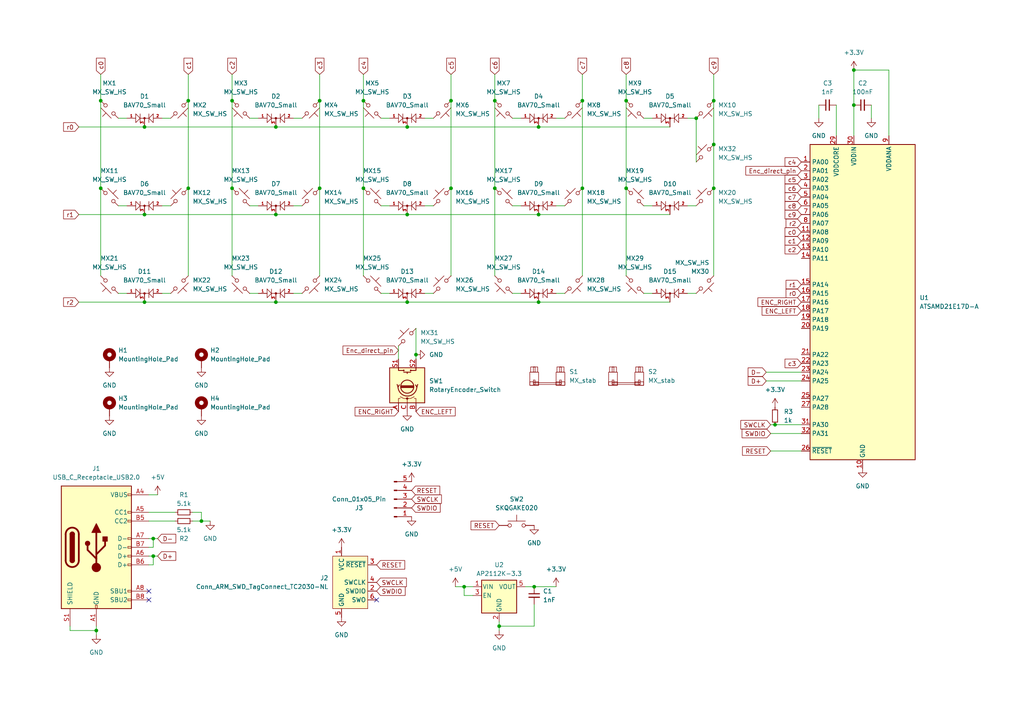
<source format=kicad_sch>
(kicad_sch (version 20230121) (generator eeschema)
  (paper "A4")
  (lib_symbols
    (symbol "Connector:Conn_01x05_Pin" (pin_names (offset 1.016) hide)
      (property "Reference" "J" (at 0 7.62 0))
      (property "Value" "Conn_01x05_Pin" (at 0 -7.62 0))
      (symbol "Conn_01x05_Pin_1_1"
        (polyline (pts (xy 1.27 -5.08) (xy 0.8636 -5.08)) (stroke (width 0.1524)))
        (polyline (pts (xy 1.27 -2.54) (xy 0.8636 -2.54)) (stroke (width 0.1524)))
        (polyline (pts (xy 1.27 0) (xy 0.8636 0)) (stroke (width 0.1524)))
        (polyline (pts (xy 1.27 2.54) (xy 0.8636 2.54)) (stroke (width 0.1524)))
        (polyline (pts (xy 1.27 5.08) (xy 0.8636 5.08)) (stroke (width 0.1524)))
        (rectangle (start 0.8636 -4.953) (end 0 -5.207) (stroke (width 0.1524)) (fill (type outline)))
        (rectangle (start 0.8636 -2.413) (end 0 -2.667) (stroke (width 0.1524)) (fill (type outline)))
        (rectangle (start 0.8636 0.127) (end 0 -0.127) (stroke (width 0.1524)) (fill (type outline)))
        (rectangle (start 0.8636 2.667) (end 0 2.413) (stroke (width 0.1524)) (fill (type outline)))
        (rectangle (start 0.8636 5.207) (end 0 4.953) (stroke (width 0.1524)) (fill (type outline)))
        (pin passive line (at 5.08 5.08 180) (length 3.81) (name "Pin_1") (number "1"))
        (pin passive line (at 5.08 2.54 180) (length 3.81) (name "Pin_2") (number "2"))
        (pin passive line (at 5.08 0 180) (length 3.81) (name "Pin_3") (number "3"))
        (pin passive line (at 5.08 -2.54 180) (length 3.81) (name "Pin_4") (number "4"))
        (pin passive line (at 5.08 -5.08 180) (length 3.81) (name "Pin_5") (number "5"))
      )
    )
    (symbol "Connector:Conn_ARM_SWD_TagConnect_TC2030-NL" (in_bom no)
      (property "Reference" "J" (at 2.54 11.43 0))
      (property "Value" "Conn_ARM_SWD_TagConnect_TC2030-NL" (at 2.54 8.89 0))
      (symbol "Conn_ARM_SWD_TagConnect_TC2030-NL_0_0"
        (pin power_in line (at -2.54 10.16 270) (length 2.54) (name "VCC") (number "1"))
        (pin bidirectional line (at 7.62 -2.54 180) (length 2.54) (name "SWDIO") (number "2"))
        (pin open_collector line (at 7.62 5.08 180) (length 2.54) (name "~{RESET}") (number "3"))
        (pin output line (at 7.62 0 180) (length 2.54) (name "SWCLK") (number "4"))
        (pin power_in line (at -2.54 -10.16 90) (length 2.54) (name "GND") (number "5"))
        (pin input line (at 7.62 -5.08 180) (length 2.54) (name "SWO") (number "6"))
      )
      (symbol "Conn_ARM_SWD_TagConnect_TC2030-NL_0_1"
        (rectangle (start -5.08 7.62) (end 5.08 -7.62) (fill (type background)))
      )
    )
    (symbol "Connector:USB_C_Receptacle_USB2.0" (pin_names (offset 1.016))
      (property "Reference" "J" (at -10.16 19.05 0))
      (property "Value" "USB_C_Receptacle_USB2.0" (at 19.05 19.05 0))
      (symbol "USB_C_Receptacle_USB2.0_0_0"
        (rectangle (start -0.254 -17.78) (end 0.254 -16.764))
        (rectangle (start 10.16 -14.986) (end 9.144 -15.494))
        (rectangle (start 10.16 -12.446) (end 9.144 -12.954))
        (rectangle (start 10.16 -4.826) (end 9.144 -5.334))
        (rectangle (start 10.16 -2.286) (end 9.144 -2.794))
        (rectangle (start 10.16 0.254) (end 9.144 -0.254))
        (rectangle (start 10.16 2.794) (end 9.144 2.286))
        (rectangle (start 10.16 7.874) (end 9.144 7.366))
        (rectangle (start 10.16 10.414) (end 9.144 9.906))
        (rectangle (start 10.16 15.494) (end 9.144 14.986))
      )
      (symbol "USB_C_Receptacle_USB2.0_0_1"
        (rectangle (start -10.16 17.78) (end 10.16 -17.78) (stroke (width 0.254)) (fill (type background)))
        (arc (start -8.89 -3.81) (mid -6.985 -5.7067) (end -5.08 -3.81) (stroke (width 0.508)))
        (arc (start -7.62 -3.81) (mid -6.985 -4.4423) (end -6.35 -3.81) (stroke (width 0.254)))
        (arc (start -7.62 -3.81) (mid -6.985 -4.4423) (end -6.35 -3.81) (stroke (width 0.254)) (fill (type outline)))
        (rectangle (start -7.62 -3.81) (end -6.35 3.81) (stroke (width 0.254)) (fill (type outline)))
        (arc (start -6.35 3.81) (mid -6.985 4.4423) (end -7.62 3.81) (stroke (width 0.254)))
        (arc (start -6.35 3.81) (mid -6.985 4.4423) (end -7.62 3.81) (stroke (width 0.254)) (fill (type outline)))
        (arc (start -5.08 3.81) (mid -6.985 5.7067) (end -8.89 3.81) (stroke (width 0.508)))
        (circle (center -2.54 1.143) (radius 0.635) (stroke (width 0.254)) (fill (type outline)))
        (circle (center 0 -5.842) (radius 1.27) (fill (type outline)))
        (polyline (pts (xy -8.89 -3.81) (xy -8.89 3.81)) (stroke (width 0.508)))
        (polyline (pts (xy -5.08 3.81) (xy -5.08 -3.81)) (stroke (width 0.508)))
        (polyline (pts (xy 0 -5.842) (xy 0 4.318)) (stroke (width 0.508)))
        (polyline (pts (xy 0 -3.302) (xy -2.54 -0.762) (xy -2.54 0.508)) (stroke (width 0.508)))
        (polyline (pts (xy 0 -2.032) (xy 2.54 0.508) (xy 2.54 1.778)) (stroke (width 0.508)))
        (polyline (pts (xy -1.27 4.318) (xy 0 6.858) (xy 1.27 4.318) (xy -1.27 4.318)) (stroke (width 0.254)) (fill (type outline)))
        (rectangle (start 1.905 1.778) (end 3.175 3.048) (stroke (width 0.254)) (fill (type outline)))
      )
      (symbol "USB_C_Receptacle_USB2.0_1_1"
        (pin passive line (at 0 -22.86 90) (length 5.08) (name "GND") (number "A1"))
        (pin passive line (at 0 -22.86 90) (length 5.08) hide (name "GND") (number "A12"))
        (pin passive line (at 15.24 15.24 180) (length 5.08) (name "VBUS") (number "A4"))
        (pin bidirectional line (at 15.24 10.16 180) (length 5.08) (name "CC1") (number "A5"))
        (pin bidirectional line (at 15.24 -2.54 180) (length 5.08) (name "D+") (number "A6"))
        (pin bidirectional line (at 15.24 2.54 180) (length 5.08) (name "D-") (number "A7"))
        (pin bidirectional line (at 15.24 -12.7 180) (length 5.08) (name "SBU1") (number "A8"))
        (pin passive line (at 15.24 15.24 180) (length 5.08) hide (name "VBUS") (number "A9"))
        (pin passive line (at 0 -22.86 90) (length 5.08) hide (name "GND") (number "B1"))
        (pin passive line (at 0 -22.86 90) (length 5.08) hide (name "GND") (number "B12"))
        (pin passive line (at 15.24 15.24 180) (length 5.08) hide (name "VBUS") (number "B4"))
        (pin bidirectional line (at 15.24 7.62 180) (length 5.08) (name "CC2") (number "B5"))
        (pin bidirectional line (at 15.24 -5.08 180) (length 5.08) (name "D+") (number "B6"))
        (pin bidirectional line (at 15.24 0 180) (length 5.08) (name "D-") (number "B7"))
        (pin bidirectional line (at 15.24 -15.24 180) (length 5.08) (name "SBU2") (number "B8"))
        (pin passive line (at 15.24 15.24 180) (length 5.08) hide (name "VBUS") (number "B9"))
        (pin passive line (at -7.62 -22.86 90) (length 5.08) (name "SHIELD") (number "S1"))
      )
    )
    (symbol "Device:C_Small" (pin_numbers hide) (pin_names (offset 0.254) hide)
      (property "Reference" "C" (at 0.254 1.778 0))
      (property "Value" "C_Small" (at 0.254 -2.032 0))
      (symbol "C_Small_0_1"
        (polyline (pts (xy -1.524 -0.508) (xy 1.524 -0.508)) (stroke (width 0.3302)))
        (polyline (pts (xy -1.524 0.508) (xy 1.524 0.508)) (stroke (width 0.3048)))
      )
      (symbol "C_Small_1_1"
        (pin passive line (at 0 2.54 270) (length 2.032) (name "~") (number "1"))
        (pin passive line (at 0 -2.54 90) (length 2.032) (name "~") (number "2"))
      )
    )
    (symbol "Device:R_Small" (pin_numbers hide) (pin_names (offset 0.254) hide)
      (property "Reference" "R" (at 0.762 0.508 0))
      (property "Value" "R_Small" (at 0.762 -1.016 0))
      (symbol "R_Small_0_1"
        (rectangle (start -0.762 1.778) (end 0.762 -1.778) (stroke (width 0.2032)))
      )
      (symbol "R_Small_1_1"
        (pin passive line (at 0 2.54 270) (length 0.762) (name "~") (number "1"))
        (pin passive line (at 0 -2.54 90) (length 0.762) (name "~") (number "2"))
      )
    )
    (symbol "Device:RotaryEncoder_Switch" (pin_names (offset 0.254) hide)
      (property "Reference" "SW" (at 0 6.604 0))
      (property "Value" "RotaryEncoder_Switch" (at 0 -6.604 0))
      (symbol "RotaryEncoder_Switch_0_1"
        (rectangle (start -5.08 5.08) (end 5.08 -5.08) (stroke (width 0.254)) (fill (type background)))
        (circle (center -3.81 0) (radius 0.254) (fill (type outline)))
        (circle (center -0.381 0) (radius 1.905) (stroke (width 0.254)))
        (arc (start -0.381 2.667) (mid -3.0988 -0.0635) (end -0.381 -2.794) (stroke (width 0.254)))
        (polyline (pts (xy -0.635 -1.778) (xy -0.635 1.778)) (stroke (width 0.254)))
        (polyline (pts (xy -0.381 -1.778) (xy -0.381 1.778)) (stroke (width 0.254)))
        (polyline (pts (xy -0.127 1.778) (xy -0.127 -1.778)) (stroke (width 0.254)))
        (polyline (pts (xy 3.81 0) (xy 3.429 0)) (stroke (width 0.254)))
        (polyline (pts (xy 3.81 1.016) (xy 3.81 -1.016)) (stroke (width 0.254)))
        (polyline (pts (xy -5.08 -2.54) (xy -3.81 -2.54) (xy -3.81 -2.032)))
        (polyline (pts (xy -5.08 2.54) (xy -3.81 2.54) (xy -3.81 2.032)))
        (polyline (pts (xy 0.254 -3.048) (xy -0.508 -2.794) (xy 0.127 -2.413)) (stroke (width 0.254)))
        (polyline (pts (xy 0.254 2.921) (xy -0.508 2.667) (xy 0.127 2.286)) (stroke (width 0.254)))
        (polyline (pts (xy 5.08 -2.54) (xy 4.318 -2.54) (xy 4.318 -1.016)) (stroke (width 0.254)))
        (polyline (pts (xy 5.08 2.54) (xy 4.318 2.54) (xy 4.318 1.016)) (stroke (width 0.254)))
        (polyline (pts (xy -5.08 0) (xy -3.81 0) (xy -3.81 -1.016) (xy -3.302 -2.032)))
        (polyline (pts (xy -4.318 0) (xy -3.81 0) (xy -3.81 1.016) (xy -3.302 2.032)))
        (circle (center 4.318 -1.016) (radius 0.127) (stroke (width 0.254)))
        (circle (center 4.318 1.016) (radius 0.127) (stroke (width 0.254)))
      )
      (symbol "RotaryEncoder_Switch_1_1"
        (pin passive line (at -7.62 2.54 0) (length 2.54) (name "A") (number "A"))
        (pin passive line (at -7.62 -2.54 0) (length 2.54) (name "B") (number "B"))
        (pin passive line (at -7.62 0 0) (length 2.54) (name "C") (number "C"))
        (pin passive line (at 7.62 2.54 180) (length 2.54) (name "S1") (number "S1"))
        (pin passive line (at 7.62 -2.54 180) (length 2.54) (name "S2") (number "S2"))
      )
    )
    (symbol "MCU_Microchip_SAMD:ATSAMD21E17D-A"
      (property "Reference" "U" (at -13.97 46.99 0))
      (property "Value" "ATSAMD21E17D-A" (at 16.51 46.99 0))
      (symbol "ATSAMD21E17D-A_1_1"
        (rectangle (start -15.24 45.72) (end 15.24 -45.72) (stroke (width 0.254)) (fill (type background)))
        (pin bidirectional line (at -17.78 40.64 0) (length 2.54) (name "PA00") (number "1"))
        (pin power_in line (at 0 -48.26 90) (length 2.54) (name "GND") (number "10"))
        (pin bidirectional line (at -17.78 20.32 0) (length 2.54) (name "PA08") (number "11"))
        (pin bidirectional line (at -17.78 17.78 0) (length 2.54) (name "PA09") (number "12"))
        (pin bidirectional line (at -17.78 15.24 0) (length 2.54) (name "PA10") (number "13"))
        (pin bidirectional line (at -17.78 12.7 0) (length 2.54) (name "PA11") (number "14"))
        (pin bidirectional line (at -17.78 5.08 0) (length 2.54) (name "PA14") (number "15"))
        (pin bidirectional line (at -17.78 2.54 0) (length 2.54) (name "PA15") (number "16"))
        (pin bidirectional line (at -17.78 0 0) (length 2.54) (name "PA16") (number "17"))
        (pin bidirectional line (at -17.78 -2.54 0) (length 2.54) (name "PA17") (number "18"))
        (pin bidirectional line (at -17.78 -5.08 0) (length 2.54) (name "PA18") (number "19"))
        (pin bidirectional line (at -17.78 38.1 0) (length 2.54) (name "PA01") (number "2"))
        (pin bidirectional line (at -17.78 -7.62 0) (length 2.54) (name "PA19") (number "20"))
        (pin bidirectional line (at -17.78 -15.24 0) (length 2.54) (name "PA22") (number "21"))
        (pin bidirectional line (at -17.78 -17.78 0) (length 2.54) (name "PA23") (number "22"))
        (pin bidirectional line (at -17.78 -20.32 0) (length 2.54) (name "PA24") (number "23"))
        (pin bidirectional line (at -17.78 -22.86 0) (length 2.54) (name "PA25") (number "24"))
        (pin bidirectional line (at -17.78 -27.94 0) (length 2.54) (name "PA27") (number "25"))
        (pin input line (at -17.78 -43.18 0) (length 2.54) (name "~{RESET}") (number "26"))
        (pin bidirectional line (at -17.78 -30.48 0) (length 2.54) (name "PA28") (number "27"))
        (pin passive line (at 0 -48.26 90) (length 2.54) hide (name "GND") (number "28"))
        (pin power_out line (at -7.62 48.26 270) (length 2.54) (name "VDDCORE") (number "29"))
        (pin bidirectional line (at -17.78 35.56 0) (length 2.54) (name "PA02") (number "3"))
        (pin power_in line (at -2.54 48.26 270) (length 2.54) (name "VDDIN") (number "30"))
        (pin bidirectional line (at -17.78 -35.56 0) (length 2.54) (name "PA30") (number "31"))
        (pin bidirectional line (at -17.78 -38.1 0) (length 2.54) (name "PA31") (number "32"))
        (pin bidirectional line (at -17.78 33.02 0) (length 2.54) (name "PA03") (number "4"))
        (pin bidirectional line (at -17.78 30.48 0) (length 2.54) (name "PA04") (number "5"))
        (pin bidirectional line (at -17.78 27.94 0) (length 2.54) (name "PA05") (number "6"))
        (pin bidirectional line (at -17.78 25.4 0) (length 2.54) (name "PA06") (number "7"))
        (pin bidirectional line (at -17.78 22.86 0) (length 2.54) (name "PA07") (number "8"))
        (pin power_in line (at 7.62 48.26 270) (length 2.54) (name "VDDANA") (number "9"))
      )
    )
    (symbol "Mechanical:MountingHole_Pad" (pin_numbers hide) (pin_names (offset 1.016) hide)
      (property "Reference" "H" (at 0 6.35 0))
      (property "Value" "MountingHole_Pad" (at 0 4.445 0))
      (symbol "MountingHole_Pad_0_1"
        (circle (center 0 1.27) (radius 1.27) (stroke (width 1.27)))
      )
      (symbol "MountingHole_Pad_1_1"
        (pin input line (at 0 -2.54 90) (length 2.54) (name "1") (number "1"))
      )
    )
    (symbol "PCM_marbastlib-mx:MX_SW_HS" (pin_numbers hide) (pin_names (offset 1.016) hide)
      (property "Reference" "MX" (at 3.048 1.016 0))
      (property "Value" "MX_SW_HS" (at 0 -3.81 0))
      (symbol "MX_SW_HS_0_1"
        (circle (center -1.1684 1.1684) (radius 0.508))
        (polyline (pts (xy -0.508 2.54) (xy 2.54 -0.508)))
        (polyline (pts (xy 1.016 1.016) (xy 2.032 2.032)))
        (polyline (pts (xy -2.54 2.54) (xy -1.524 1.524) (xy -1.524 1.524)))
        (polyline (pts (xy 1.524 -1.524) (xy 2.54 -2.54) (xy 2.54 -2.54) (xy 2.54 -2.54)))
        (circle (center 1.143 -1.1938) (radius 0.508))
        (pin passive line (at -2.54 2.54 0) (length 0) (name "1") (number "1"))
        (pin passive line (at 2.54 -2.54 180) (length 0) (name "2") (number "2"))
      )
    )
    (symbol "PCM_marbastlib-mx:MX_stab" (pin_names (offset 1.016))
      (property "Reference" "S" (at -5.08 6.35 0))
      (property "Value" "MX_stab" (at -5.08 3.81 0))
      (symbol "MX_stab_0_1"
        (rectangle (start -5.08 -1.524) (end -2.54 -2.54))
        (rectangle (start -5.08 1.27) (end -2.54 -2.54))
        (rectangle (start -4.826 2.794) (end -2.794 1.27))
        (rectangle (start -4.064 -2.286) (end -3.556 -1.016))
        (rectangle (start -4.064 -1.778) (end 4.064 -2.286))
        (rectangle (start -4.064 1.27) (end -3.556 2.794))
        (rectangle (start 2.54 -1.524) (end 5.08 -2.54))
        (rectangle (start 2.54 1.27) (end 5.08 -2.54))
        (rectangle (start 2.794 2.794) (end 4.826 1.27))
        (rectangle (start 3.556 1.27) (end 4.064 2.794))
        (rectangle (start 4.064 -2.286) (end 3.556 -1.016))
      )
    )
    (symbol "PCM_marbastlib-various:BAV70_Small" (pin_names (offset 0.762) hide)
      (property "Reference" "D" (at 0.635 -2.54 0))
      (property "Value" "BAV70_Small" (at 0 2.54 0))
      (symbol "BAV70_Small_0_1"
        (polyline (pts (xy -1.27 1.27) (xy -1.27 -1.27)))
        (polyline (pts (xy 1.27 0) (xy -1.27 0)))
        (polyline (pts (xy 1.27 1.27) (xy 1.27 -1.27)))
        (polyline (pts (xy -2.54 1.27) (xy -2.54 -1.27) (xy -1.27 0) (xy -2.54 1.27)))
        (polyline (pts (xy 2.54 1.27) (xy 2.54 -1.27) (xy 1.27 0) (xy 2.54 1.27)))
        (circle (center 0 0) (radius 0.254) (fill (type outline)))
      )
      (symbol "BAV70_Small_1_1"
        (pin input line (at -5.08 0 0) (length 2.54) (name "A1") (number "1"))
        (pin input line (at 5.08 0 180) (length 2.54) (name "A2") (number "2"))
        (pin passive line (at 0 -2.54 90) (length 2.54) (name "K") (number "3"))
      )
    )
    (symbol "Regulator_Linear:AP2112K-3.3" (pin_names (offset 0.254))
      (property "Reference" "U" (at -5.08 5.715 0))
      (property "Value" "AP2112K-3.3" (at 0 5.715 0))
      (symbol "AP2112K-3.3_0_1"
        (rectangle (start -5.08 4.445) (end 5.08 -5.08) (stroke (width 0.254)) (fill (type background)))
      )
      (symbol "AP2112K-3.3_1_1"
        (pin power_in line (at -7.62 2.54 0) (length 2.54) (name "VIN") (number "1"))
        (pin power_in line (at 0 -7.62 90) (length 2.54) (name "GND") (number "2"))
        (pin input line (at -7.62 0 0) (length 2.54) (name "EN") (number "3"))
        (pin no_connect line (at 5.08 0 180) (length 2.54) hide (name "NC") (number "4"))
        (pin power_out line (at 7.62 2.54 180) (length 2.54) (name "VOUT") (number "5"))
      )
    )
    (symbol "Switch:SW_Push" (pin_numbers hide) (pin_names (offset 1.016) hide)
      (property "Reference" "SW" (at 1.27 2.54 0))
      (property "Value" "SW_Push" (at 0 -1.524 0))
      (symbol "SW_Push_0_1"
        (circle (center -2.032 0) (radius 0.508))
        (polyline (pts (xy 0 1.27) (xy 0 3.048)))
        (polyline (pts (xy 2.54 1.27) (xy -2.54 1.27)))
        (circle (center 2.032 0) (radius 0.508))
        (pin passive line (at -5.08 0 0) (length 2.54) (name "1") (number "1"))
        (pin passive line (at 5.08 0 180) (length 2.54) (name "2") (number "2"))
      )
    )
    (symbol "power:+3.3V" (power) (pin_names (offset 0))
      (property "Value" "+3.3V" (at 0 3.556 0))
      (symbol "+3.3V_0_1"
        (polyline (pts (xy -0.762 1.27) (xy 0 2.54)))
        (polyline (pts (xy 0 0) (xy 0 2.54)))
        (polyline (pts (xy 0 2.54) (xy 0.762 1.27)))
      )
      (symbol "+3.3V_1_1"
        (pin power_in line (at 0 0 90) (length 0) hide (name "+3.3V") (number "1"))
      )
    )
    (symbol "power:+5V" (power) (pin_names (offset 0))
      (property "Value" "+5V" (at 0 3.556 0))
      (symbol "+5V_0_1"
        (polyline (pts (xy -0.762 1.27) (xy 0 2.54)))
        (polyline (pts (xy 0 0) (xy 0 2.54)))
        (polyline (pts (xy 0 2.54) (xy 0.762 1.27)))
      )
      (symbol "+5V_1_1"
        (pin power_in line (at 0 0 90) (length 0) hide (name "+5V") (number "1"))
      )
    )
    (symbol "power:GND" (power) (pin_names (offset 0))
      (property "Value" "GND" (at 0 -3.81 0))
      (symbol "GND_0_1"
        (polyline (pts (xy 0 0) (xy 0 -1.27) (xy 1.27 -1.27) (xy 0 -2.54) (xy -1.27 -1.27) (xy 0 -1.27)))
      )
      (symbol "GND_1_1"
        (pin power_in line (at 0 0 270) (length 0) hide (name "GND") (number "1"))
      )
    )
  )
  (junction (at 29.21 54.61))
  (junction (at 143.51 54.61))
  (junction (at 134.62 170.18))
  (junction (at 144.78 181.61))
  (junction (at 41.91 62.23))
  (junction (at 118.11 36.83))
  (junction (at 181.61 54.61))
  (junction (at 168.91 54.61))
  (junction (at 80.01 62.23))
  (junction (at 29.21 29.21))
  (junction (at 207.01 41.91))
  (junction (at 156.21 87.63))
  (junction (at 207.01 29.21))
  (junction (at 80.01 87.63))
  (junction (at 154.94 170.18))
  (junction (at 224.79 123.19))
  (junction (at 41.91 36.83))
  (junction (at 27.94 182.88))
  (junction (at 130.81 54.61))
  (junction (at 54.61 54.61))
  (junction (at 247.65 30.48))
  (junction (at 156.21 36.83))
  (junction (at 168.91 29.21))
  (junction (at 105.41 54.61))
  (junction (at 120.65 102.87))
  (junction (at 44.45 156.21))
  (junction (at 44.45 161.29))
  (junction (at 41.91 87.63))
  (junction (at 143.51 29.21))
  (junction (at 105.41 29.21))
  (junction (at 181.61 29.21))
  (junction (at 58.42 151.13))
  (junction (at 118.11 62.23))
  (junction (at 80.01 36.83))
  (junction (at 130.81 29.21))
  (junction (at 201.93 34.29))
  (junction (at 247.65 20.32))
  (junction (at 156.21 62.23))
  (junction (at 92.71 29.21))
  (junction (at 67.31 54.61))
  (junction (at 54.61 29.21))
  (junction (at 118.11 87.63))
  (junction (at 92.71 54.61))
  (junction (at 207.01 54.61))
  (junction (at 67.31 29.21))
  (no_connect (at 43.18 171.45))
  (no_connect (at 109.22 173.99))
  (no_connect (at 43.18 173.99))
  (wire (pts (xy 22.86 87.63) (xy 41.91 87.63)))
  (wire (pts (xy 118.11 87.63) (xy 156.21 87.63)))
  (wire (pts (xy 74.93 59.69) (xy 72.39 59.69)))
  (wire (pts (xy 154.94 181.61) (xy 154.94 175.26)))
  (wire (pts (xy 36.83 85.09) (xy 34.29 85.09)))
  (wire (pts (xy 123.19 34.29) (xy 125.73 34.29)))
  (wire (pts (xy 85.09 34.29) (xy 87.63 34.29)))
  (wire (pts (xy 29.21 21.59) (xy 29.21 29.21)))
  (wire (pts (xy 43.18 148.59) (xy 50.8 148.59)))
  (wire (pts (xy 44.45 156.21) (xy 45.72 156.21)))
  (wire (pts (xy 207.01 21.59) (xy 207.01 29.21)))
  (wire (pts (xy 85.09 59.69) (xy 87.63 59.69)))
  (wire (pts (xy 85.09 85.09) (xy 87.63 85.09)))
  (wire (pts (xy 27.94 181.61) (xy 27.94 182.88)))
  (wire (pts (xy 247.65 20.32) (xy 247.65 30.48)))
  (wire (pts (xy 181.61 54.61) (xy 181.61 80.01)))
  (wire (pts (xy 54.61 21.59) (xy 54.61 29.21)))
  (wire (pts (xy 80.01 87.63) (xy 118.11 87.63)))
  (wire (pts (xy 27.94 182.88) (xy 27.94 184.15)))
  (wire (pts (xy 54.61 29.21) (xy 54.61 54.61)))
  (wire (pts (xy 201.93 34.29) (xy 201.93 46.99)))
  (wire (pts (xy 115.57 100.33) (xy 115.57 104.14)))
  (wire (pts (xy 257.81 20.32) (xy 247.65 20.32)))
  (wire (pts (xy 154.94 170.18) (xy 161.29 170.18)))
  (wire (pts (xy 58.42 151.13) (xy 60.96 151.13)))
  (wire (pts (xy 113.03 85.09) (xy 110.49 85.09)))
  (wire (pts (xy 92.71 21.59) (xy 92.71 29.21)))
  (wire (pts (xy 143.51 54.61) (xy 143.51 80.01)))
  (wire (pts (xy 161.29 59.69) (xy 163.83 59.69)))
  (wire (pts (xy 237.49 30.48) (xy 237.49 34.29)))
  (wire (pts (xy 54.61 54.61) (xy 54.61 80.01)))
  (wire (pts (xy 168.91 54.61) (xy 168.91 80.01)))
  (wire (pts (xy 168.91 21.59) (xy 168.91 29.21)))
  (wire (pts (xy 134.62 170.18) (xy 137.16 170.18)))
  (wire (pts (xy 130.81 29.21) (xy 130.81 54.61)))
  (wire (pts (xy 43.18 161.29) (xy 44.45 161.29)))
  (wire (pts (xy 46.99 85.09) (xy 49.53 85.09)))
  (wire (pts (xy 105.41 54.61) (xy 105.41 80.01)))
  (wire (pts (xy 143.51 29.21) (xy 143.51 54.61)))
  (wire (pts (xy 134.62 172.72) (xy 134.62 170.18)))
  (wire (pts (xy 161.29 34.29) (xy 163.83 34.29)))
  (wire (pts (xy 74.93 34.29) (xy 72.39 34.29)))
  (wire (pts (xy 168.91 29.21) (xy 168.91 54.61)))
  (wire (pts (xy 151.13 85.09) (xy 148.59 85.09)))
  (wire (pts (xy 118.11 36.83) (xy 156.21 36.83)))
  (wire (pts (xy 22.86 62.23) (xy 41.91 62.23)))
  (wire (pts (xy 123.19 85.09) (xy 125.73 85.09)))
  (wire (pts (xy 181.61 29.21) (xy 181.61 54.61)))
  (wire (pts (xy 43.18 156.21) (xy 44.45 156.21)))
  (wire (pts (xy 43.18 151.13) (xy 50.8 151.13)))
  (wire (pts (xy 189.23 59.69) (xy 186.69 59.69)))
  (wire (pts (xy 41.91 36.83) (xy 80.01 36.83)))
  (wire (pts (xy 207.01 29.21) (xy 207.01 41.91)))
  (wire (pts (xy 118.11 62.23) (xy 156.21 62.23)))
  (wire (pts (xy 46.99 59.69) (xy 49.53 59.69)))
  (wire (pts (xy 189.23 85.09) (xy 186.69 85.09)))
  (wire (pts (xy 55.88 148.59) (xy 58.42 148.59)))
  (wire (pts (xy 29.21 54.61) (xy 29.21 80.01)))
  (wire (pts (xy 252.73 30.48) (xy 252.73 34.29)))
  (wire (pts (xy 20.32 181.61) (xy 20.32 182.88)))
  (wire (pts (xy 74.93 85.09) (xy 72.39 85.09)))
  (wire (pts (xy 152.4 170.18) (xy 154.94 170.18)))
  (wire (pts (xy 144.78 181.61) (xy 144.78 182.88)))
  (wire (pts (xy 43.18 158.75) (xy 44.45 158.75)))
  (wire (pts (xy 132.08 170.18) (xy 134.62 170.18)))
  (wire (pts (xy 92.71 29.21) (xy 92.71 54.61)))
  (wire (pts (xy 80.01 62.23) (xy 118.11 62.23)))
  (wire (pts (xy 41.91 87.63) (xy 80.01 87.63)))
  (wire (pts (xy 161.29 85.09) (xy 163.83 85.09)))
  (wire (pts (xy 223.52 123.19) (xy 224.79 123.19)))
  (wire (pts (xy 67.31 29.21) (xy 67.31 54.61)))
  (wire (pts (xy 199.39 59.69) (xy 201.93 59.69)))
  (wire (pts (xy 43.18 163.83) (xy 44.45 163.83)))
  (wire (pts (xy 207.01 41.91) (xy 207.01 54.61)))
  (wire (pts (xy 130.81 21.59) (xy 130.81 29.21)))
  (wire (pts (xy 43.18 143.51) (xy 45.72 143.51)))
  (wire (pts (xy 223.52 125.73) (xy 232.41 125.73)))
  (wire (pts (xy 67.31 54.61) (xy 67.31 80.01)))
  (wire (pts (xy 156.21 36.83) (xy 194.31 36.83)))
  (wire (pts (xy 223.52 130.81) (xy 232.41 130.81)))
  (wire (pts (xy 113.03 59.69) (xy 110.49 59.69)))
  (wire (pts (xy 222.25 110.49) (xy 232.41 110.49)))
  (wire (pts (xy 156.21 62.23) (xy 194.31 62.23)))
  (wire (pts (xy 247.65 30.48) (xy 247.65 39.37)))
  (wire (pts (xy 151.13 34.29) (xy 148.59 34.29)))
  (wire (pts (xy 222.25 107.95) (xy 232.41 107.95)))
  (wire (pts (xy 58.42 148.59) (xy 58.42 151.13)))
  (wire (pts (xy 156.21 87.63) (xy 194.31 87.63)))
  (wire (pts (xy 144.78 180.34) (xy 144.78 181.61)))
  (wire (pts (xy 67.31 21.59) (xy 67.31 29.21)))
  (wire (pts (xy 120.65 102.87) (xy 120.65 104.14)))
  (wire (pts (xy 41.91 62.23) (xy 80.01 62.23)))
  (wire (pts (xy 120.65 95.25) (xy 120.65 102.87)))
  (wire (pts (xy 257.81 39.37) (xy 257.81 20.32)))
  (wire (pts (xy 143.51 21.59) (xy 143.51 29.21)))
  (wire (pts (xy 36.83 34.29) (xy 34.29 34.29)))
  (wire (pts (xy 92.71 54.61) (xy 92.71 80.01)))
  (wire (pts (xy 105.41 21.59) (xy 105.41 29.21)))
  (wire (pts (xy 55.88 151.13) (xy 58.42 151.13)))
  (wire (pts (xy 113.03 34.29) (xy 110.49 34.29)))
  (wire (pts (xy 181.61 21.59) (xy 181.61 29.21)))
  (wire (pts (xy 80.01 36.83) (xy 118.11 36.83)))
  (wire (pts (xy 199.39 85.09) (xy 201.93 85.09)))
  (wire (pts (xy 29.21 29.21) (xy 29.21 54.61)))
  (wire (pts (xy 20.32 182.88) (xy 27.94 182.88)))
  (wire (pts (xy 44.45 163.83) (xy 44.45 161.29)))
  (wire (pts (xy 207.01 54.61) (xy 207.01 80.01)))
  (wire (pts (xy 130.81 54.61) (xy 130.81 80.01)))
  (wire (pts (xy 137.16 172.72) (xy 134.62 172.72)))
  (wire (pts (xy 105.41 29.21) (xy 105.41 54.61)))
  (wire (pts (xy 189.23 34.29) (xy 186.69 34.29)))
  (wire (pts (xy 46.99 34.29) (xy 49.53 34.29)))
  (wire (pts (xy 36.83 59.69) (xy 34.29 59.69)))
  (wire (pts (xy 151.13 59.69) (xy 148.59 59.69)))
  (wire (pts (xy 44.45 161.29) (xy 45.72 161.29)))
  (wire (pts (xy 224.79 123.19) (xy 232.41 123.19)))
  (wire (pts (xy 22.86 36.83) (xy 41.91 36.83)))
  (wire (pts (xy 242.57 30.48) (xy 242.57 39.37)))
  (wire (pts (xy 123.19 59.69) (xy 125.73 59.69)))
  (wire (pts (xy 199.39 34.29) (xy 201.93 34.29)))
  (wire (pts (xy 144.78 181.61) (xy 154.94 181.61)))
  (wire (pts (xy 44.45 158.75) (xy 44.45 156.21)))
  (global_label "c0" (shape input) (at 29.21 21.59 90) (property "Intersheetrefs" "${INTERSHEET_REFS}" (effects hide)))
  (global_label "ENC_LEFT" (shape input) (at 120.65 119.38 0) (property "Intersheetrefs" "${INTERSHEET_REFS}" (effects hide)))
  (global_label "c9" (shape input) (at 232.41 62.23 180) (property "Intersheetrefs" "${INTERSHEET_REFS}" (effects hide)))
  (global_label "c6" (shape input) (at 232.41 54.61 180) (property "Intersheetrefs" "${INTERSHEET_REFS}" (effects hide)))
  (global_label "D+" (shape input) (at 45.72 161.29 0) (property "Intersheetrefs" "${INTERSHEET_REFS}" (effects hide)))
  (global_label "RESET" (shape input) (at 109.22 163.83 0) (property "Intersheetrefs" "${INTERSHEET_REFS}" (effects hide)))
  (global_label "c2" (shape input) (at 67.31 21.59 90) (property "Intersheetrefs" "${INTERSHEET_REFS}" (effects hide)))
  (global_label "r1" (shape input) (at 22.86 62.23 180) (property "Intersheetrefs" "${INTERSHEET_REFS}" (effects hide)))
  (global_label "SWDIO" (shape input) (at 109.22 171.45 0) (property "Intersheetrefs" "${INTERSHEET_REFS}" (effects hide)))
  (global_label "c0" (shape input) (at 232.41 67.31 180) (property "Intersheetrefs" "${INTERSHEET_REFS}" (effects hide)))
  (global_label "r1" (shape input) (at 232.41 82.55 180) (property "Intersheetrefs" "${INTERSHEET_REFS}" (effects hide)))
  (global_label "c2" (shape input) (at 232.41 72.39 180) (property "Intersheetrefs" "${INTERSHEET_REFS}" (effects hide)))
  (global_label "ENC_RIGHT" (shape input) (at 232.41 87.63 180) (property "Intersheetrefs" "${INTERSHEET_REFS}" (effects hide)))
  (global_label "D-" (shape input) (at 222.25 107.95 180) (property "Intersheetrefs" "${INTERSHEET_REFS}" (effects hide)))
  (global_label "c3" (shape input) (at 92.71 21.59 90) (property "Intersheetrefs" "${INTERSHEET_REFS}" (effects hide)))
  (global_label "SWCLK" (shape input) (at 109.22 168.91 0) (property "Intersheetrefs" "${INTERSHEET_REFS}" (effects hide)))
  (global_label "c8" (shape input) (at 232.41 59.69 180) (property "Intersheetrefs" "${INTERSHEET_REFS}" (effects hide)))
  (global_label "RESET" (shape input) (at 223.52 130.81 180) (property "Intersheetrefs" "${INTERSHEET_REFS}" (effects hide)))
  (global_label "RESET" (shape input) (at 119.38 142.24 0) (property "Intersheetrefs" "${INTERSHEET_REFS}" (effects hide)))
  (global_label "Enc_direct_pin" (shape input) (at 115.57 101.6 180) (property "Intersheetrefs" "${INTERSHEET_REFS}" (effects hide)))
  (global_label "Enc_direct_pin" (shape input) (at 232.41 49.53 180) (property "Intersheetrefs" "${INTERSHEET_REFS}" (effects hide)))
  (global_label "SWCLK" (shape input) (at 119.38 144.78 0) (property "Intersheetrefs" "${INTERSHEET_REFS}" (effects hide)))
  (global_label "SWDIO" (shape input) (at 223.52 125.73 180) (property "Intersheetrefs" "${INTERSHEET_REFS}" (effects hide)))
  (global_label "ENC_RIGHT" (shape input) (at 115.57 119.38 180) (property "Intersheetrefs" "${INTERSHEET_REFS}" (effects hide)))
  (global_label "r2" (shape input) (at 232.41 64.77 180) (property "Intersheetrefs" "${INTERSHEET_REFS}" (effects hide)))
  (global_label "c4" (shape input) (at 105.41 21.59 90) (property "Intersheetrefs" "${INTERSHEET_REFS}" (effects hide)))
  (global_label "r0" (shape input) (at 22.86 36.83 180) (property "Intersheetrefs" "${INTERSHEET_REFS}" (effects hide)))
  (global_label "c3" (shape input) (at 232.41 105.41 180) (property "Intersheetrefs" "${INTERSHEET_REFS}" (effects hide)))
  (global_label "D+" (shape input) (at 222.25 110.49 180) (property "Intersheetrefs" "${INTERSHEET_REFS}" (effects hide)))
  (global_label "c7" (shape input) (at 168.91 21.59 90) (property "Intersheetrefs" "${INTERSHEET_REFS}" (effects hide)))
  (global_label "c7" (shape input) (at 232.41 57.15 180) (property "Intersheetrefs" "${INTERSHEET_REFS}" (effects hide)))
  (global_label "ENC_LEFT" (shape input) (at 232.41 90.17 180) (property "Intersheetrefs" "${INTERSHEET_REFS}" (effects hide)))
  (global_label "RESET" (shape input) (at 144.78 152.4 180) (property "Intersheetrefs" "${INTERSHEET_REFS}" (effects hide)))
  (global_label "c1" (shape input) (at 232.41 69.85 180) (property "Intersheetrefs" "${INTERSHEET_REFS}" (effects hide)))
  (global_label "c8" (shape input) (at 181.61 21.59 90) (property "Intersheetrefs" "${INTERSHEET_REFS}" (effects hide)))
  (global_label "r0" (shape input) (at 232.41 85.09 180) (property "Intersheetrefs" "${INTERSHEET_REFS}" (effects hide)))
  (global_label "c6" (shape input) (at 143.51 21.59 90) (property "Intersheetrefs" "${INTERSHEET_REFS}" (effects hide)))
  (global_label "SWCLK" (shape input) (at 223.52 123.19 180) (property "Intersheetrefs" "${INTERSHEET_REFS}" (effects hide)))
  (global_label "c5" (shape input) (at 232.41 52.07 180) (property "Intersheetrefs" "${INTERSHEET_REFS}" (effects hide)))
  (global_label "D-" (shape input) (at 45.72 156.21 0) (property "Intersheetrefs" "${INTERSHEET_REFS}" (effects hide)))
  (global_label "c1" (shape input) (at 54.61 21.59 90) (property "Intersheetrefs" "${INTERSHEET_REFS}" (effects hide)))
  (global_label "c4" (shape input) (at 232.41 46.99 180) (property "Intersheetrefs" "${INTERSHEET_REFS}" (effects hide)))
  (global_label "SWDIO" (shape input) (at 119.38 147.32 0) (property "Intersheetrefs" "${INTERSHEET_REFS}" (effects hide)))
  (global_label "r2" (shape input) (at 22.86 87.63 180) (property "Intersheetrefs" "${INTERSHEET_REFS}" (effects hide)))
  (global_label "c9" (shape input) (at 207.01 21.59 90) (property "Intersheetrefs" "${INTERSHEET_REFS}" (effects hide)))
  (global_label "c5" (shape input) (at 130.81 21.59 90) (property "Intersheetrefs" "${INTERSHEET_REFS}" (effects hide)))
  (symbol (lib_id "Regulator_Linear:AP2112K-3.3") (at 144.78 172.72 0) (unit 1)
    (property "Reference" "U2" (at 144.78 163.83 0))
    (property "Value" "AP2112K-3.3" (at 144.78 166.37 0))
    (property "Footprint" "Package_TO_SOT_SMD:SOT-23-5" (effects hide))
    (property "Datasheet" "https://www.diodes.com/assets/Datasheets/AP2112.pdf" (effects hide))
    (property "LCSC Part Number" "C3021085" (effects hide))
    (property "MPN" "AP2112K-3.3" (effects hide))
  )
  (symbol (lib_id "PCM_marbastlib-mx:MX_SW_HS") (at 204.47 57.15 90) (unit 1)
    (property "Reference" "MX20" (at 208.28 55.88 90) (effects (justify right)))
    (property "Value" "MX_SW_HS" (at 208.28 58.42 90) (effects (justify right)))
    (property "Footprint" "apfellib:MX-HotswapSAFE_no_silk" (effects hide))
  )
  (symbol (lib_id "PCM_marbastlib-mx:MX_SW_HS") (at 90.17 82.55 270) (unit 1)
    (property "Reference" "MX24" (at 93.98 81.28 90) (effects (justify left)))
    (property "Value" "MX_SW_HS" (at 93.98 83.82 90) (effects (justify left)))
    (property "Footprint" "apfellib:MX-HotswapSAFE_no_silk" (effects hide))
  )
  (symbol (lib_id "PCM_marbastlib-various:BAV70_Small") (at 194.31 85.09 0) (unit 1)
    (property "Reference" "D15" (at 194.31 78.74 0))
    (property "Value" "BAV70_Small" (at 194.31 81.28 0))
    (property "Footprint" "BeiBob:apfel_SOT-23_silkless" (effects hide))
    (property "Datasheet" "https://assets.nexperia.com/documents/data-sheet/BAV70_SER.pdf" (effects hide))
  )
  (symbol (lib_id "power:GND") (at 120.65 102.87 90) (unit 1)
    (property "Reference" "#PWR02" (effects hide))
    (property "Value" "GND" (at 124.46 102.87 90) (effects (justify right)))
  )
  (symbol (lib_id "power:GND") (at 99.06 179.07 0) (unit 1)
    (property "Reference" "#PWR012" (effects hide))
    (property "Value" "GND" (at 99.06 184.15 0))
  )
  (symbol (lib_id "PCM_marbastlib-mx:MX_SW_HS") (at 107.95 57.15 0) (unit 1)
    (property "Reference" "MX15" (at 107.95 49.53 0))
    (property "Value" "MX_SW_HS" (at 107.95 52.07 0))
    (property "Footprint" "apfellib:MX-HotswapSAFE_no_silk" (effects hide))
  )
  (symbol (lib_id "PCM_marbastlib-mx:MX_SW_HS") (at 128.27 57.15 90) (unit 1)
    (property "Reference" "MX16" (at 132.08 55.88 90) (effects (justify right)))
    (property "Value" "MX_SW_HS" (at 132.08 58.42 90) (effects (justify right)))
    (property "Footprint" "apfellib:MX-HotswapSAFE_no_silk" (effects hide))
  )
  (symbol (lib_id "PCM_marbastlib-mx:MX_stab") (at 158.75 109.22 0) (unit 1)
    (property "Reference" "S1" (at 165.1 107.823 0) (effects (justify left)))
    (property "Value" "MX_stab" (at 165.1 110.363 0) (effects (justify left)))
    (property "Footprint" "PCM_marbastlib-mx:STAB_MX_P_3u" (effects hide))
  )
  (symbol (lib_id "power:GND") (at 144.78 182.88 0) (unit 1)
    (property "Reference" "#PWR06" (effects hide))
    (property "Value" "GND" (at 144.78 187.96 0))
  )
  (symbol (lib_id "power:GND") (at 118.11 119.38 0) (unit 1)
    (property "Reference" "#PWR01" (effects hide))
    (property "Value" "GND" (at 118.11 124.46 0))
  )
  (symbol (lib_id "power:+3.3V") (at 247.65 20.32 0) (unit 1)
    (property "Reference" "#PWR0101" (effects hide))
    (property "Value" "+3.3V" (at 247.65 15.24 0))
  )
  (symbol (lib_id "PCM_marbastlib-mx:MX_SW_HS") (at 90.17 31.75 270) (unit 1)
    (property "Reference" "MX4" (at 93.98 30.48 90) (effects (justify left)))
    (property "Value" "MX_SW_HS" (at 93.98 33.02 90) (effects (justify left)))
    (property "Footprint" "apfellib:MX-HotswapSAFE_no_silk" (effects hide))
  )
  (symbol (lib_id "PCM_marbastlib-mx:MX_SW_HS") (at 166.37 31.75 270) (unit 1)
    (property "Reference" "MX8" (at 170.18 30.48 90) (effects (justify left)))
    (property "Value" "MX_SW_HS" (at 170.18 33.02 90) (effects (justify left)))
    (property "Footprint" "apfellib:MX-HotswapSAFE_no_silk" (effects hide))
  )
  (symbol (lib_id "power:GND") (at 154.94 152.4 0) (unit 1)
    (property "Reference" "#PWR017" (effects hide))
    (property "Value" "GND" (at 154.94 157.48 0))
  )
  (symbol (lib_id "PCM_marbastlib-various:BAV70_Small") (at 156.21 85.09 0) (unit 1)
    (property "Reference" "D14" (at 156.21 78.74 0))
    (property "Value" "BAV70_Small" (at 156.21 81.28 0))
    (property "Footprint" "BeiBob:apfel_SOT-23_silkless" (effects hide))
    (property "Datasheet" "https://assets.nexperia.com/documents/data-sheet/BAV70_SER.pdf" (effects hide))
  )
  (symbol (lib_id "PCM_marbastlib-various:BAV70_Small") (at 118.11 59.69 0) (unit 1)
    (property "Reference" "D8" (at 118.11 53.34 0))
    (property "Value" "BAV70_Small" (at 118.11 55.88 0))
    (property "Footprint" "BeiBob:apfel_SOT-23_silkless" (effects hide))
    (property "Datasheet" "https://assets.nexperia.com/documents/data-sheet/BAV70_SER.pdf" (effects hide))
  )
  (symbol (lib_id "PCM_marbastlib-mx:MX_SW_HS") (at 31.75 57.15 0) (unit 1)
    (property "Reference" "MX11" (at 31.75 49.53 0))
    (property "Value" "MX_SW_HS" (at 31.75 52.07 0))
    (property "Footprint" "apfellib:MX-HotswapSAFE_no_silk" (effects hide))
  )
  (symbol (lib_id "PCM_marbastlib-mx:MX_SW_HS") (at 204.47 31.75 270) (unit 1)
    (property "Reference" "MX10" (at 208.28 30.48 90) (effects (justify left)))
    (property "Value" "MX_SW_HS" (at 208.28 33.02 90) (effects (justify left)))
    (property "Footprint" "apfellib:MX-HotswapSAFE_no_silk" (effects hide))
  )
  (symbol (lib_id "Device:R_Small") (at 224.79 120.65 0) (unit 1)
    (property "Reference" "R3" (at 227.33 119.38 0) (effects (justify left)))
    (property "Value" "1k" (at 227.33 121.92 0) (effects (justify left)))
    (property "Footprint" "Resistor_SMD:R_0805_2012Metric_Pad1.20x1.40mm_HandSolder" (effects hide))
  )
  (symbol (lib_id "power:+3.3V") (at 119.38 139.7 0) (unit 1)
    (property "Reference" "#PWR019" (effects hide))
    (property "Value" "+3.3V" (at 119.38 134.62 0))
  )
  (symbol (lib_id "Connector:USB_C_Receptacle_USB2.0") (at 27.94 158.75 0) (unit 1)
    (property "Reference" "J1" (at 27.94 135.89 0))
    (property "Value" "USB_C_Receptacle_USB2.0" (at 27.94 138.43 0))
    (property "Footprint" "samd21pad:USB_C_Receptacle_GT-USB-7010" (effects hide))
    (property "Datasheet" "https://www.usb.org/sites/default/files/documents/usb_type-c.zip" (effects hide))
    (property "LCSC Part Number" "C3001293" (effects hide))
  )
  (symbol (lib_id "PCM_marbastlib-mx:MX_SW_HS") (at 204.47 82.55 270) (unit 1)
    (property "Reference" "MX30" (at 205.74 78.74 90) (effects (justify right)))
    (property "Value" "MX_SW_HS" (at 205.74 76.2 90) (effects (justify right)))
    (property "Footprint" "apfellib:MX-HotswapSAFE_no_silk" (effects hide))
  )
  (symbol (lib_id "PCM_marbastlib-mx:MX_SW_HS") (at 107.95 31.75 180) (unit 1)
    (property "Reference" "MX5" (at 107.95 24.13 0))
    (property "Value" "MX_SW_HS" (at 107.95 26.67 0))
    (property "Footprint" "apfellib:MX-HotswapSAFE_no_silk" (effects hide))
  )
  (symbol (lib_id "PCM_marbastlib-mx:MX_SW_HS") (at 31.75 31.75 180) (unit 1)
    (property "Reference" "MX1" (at 31.75 24.13 0))
    (property "Value" "MX_SW_HS" (at 31.75 26.67 0))
    (property "Footprint" "apfellib:MX-HotswapSAFE_no_silk" (effects hide))
  )
  (symbol (lib_id "PCM_marbastlib-mx:MX_SW_HS") (at 52.07 57.15 90) (unit 1)
    (property "Reference" "MX12" (at 55.88 55.88 90) (effects (justify right)))
    (property "Value" "MX_SW_HS" (at 55.88 58.42 90) (effects (justify right)))
    (property "Footprint" "apfellib:MX-HotswapSAFE_no_silk" (effects hide))
  )
  (symbol (lib_id "Device:C_Small") (at 240.03 30.48 90) (unit 1)
    (property "Reference" "C3" (at 240.0363 24.13 90))
    (property "Value" "1nF" (at 240.0363 26.67 90))
    (property "Footprint" "Capacitor_SMD:C_0805_2012Metric_Pad1.18x1.45mm_HandSolder" (effects hide))
    (property "LCSC Part Number" "C129637" (effects hide))
  )
  (symbol (lib_id "power:GND") (at 31.75 106.68 0) (unit 1)
    (property "Reference" "#PWR014" (effects hide))
    (property "Value" "GND" (at 31.75 111.76 0))
  )
  (symbol (lib_id "PCM_marbastlib-mx:MX_SW_HS") (at 146.05 31.75 180) (unit 1)
    (property "Reference" "MX7" (at 146.05 24.13 0))
    (property "Value" "MX_SW_HS" (at 146.05 26.67 0))
    (property "Footprint" "apfellib:MX-HotswapSAFE_no_silk" (effects hide))
  )
  (symbol (lib_id "PCM_marbastlib-various:BAV70_Small") (at 80.01 59.69 0) (unit 1)
    (property "Reference" "D7" (at 80.01 53.34 0))
    (property "Value" "BAV70_Small" (at 80.01 55.88 0))
    (property "Footprint" "BeiBob:apfel_SOT-23_silkless" (effects hide))
    (property "Datasheet" "https://assets.nexperia.com/documents/data-sheet/BAV70_SER.pdf" (effects hide))
  )
  (symbol (lib_id "PCM_marbastlib-various:BAV70_Small") (at 41.91 85.09 0) (unit 1)
    (property "Reference" "D11" (at 41.91 78.74 0))
    (property "Value" "BAV70_Small" (at 41.91 81.28 0))
    (property "Footprint" "BeiBob:apfel_SOT-23_silkless" (effects hide))
    (property "Datasheet" "https://assets.nexperia.com/documents/data-sheet/BAV70_SER.pdf" (effects hide))
  )
  (symbol (lib_id "PCM_marbastlib-mx:MX_SW_HS") (at 166.37 57.15 90) (unit 1)
    (property "Reference" "MX18" (at 170.18 55.88 90) (effects (justify right)))
    (property "Value" "MX_SW_HS" (at 170.18 58.42 90) (effects (justify right)))
    (property "Footprint" "apfellib:MX-HotswapSAFE_no_silk" (effects hide))
  )
  (symbol (lib_id "power:GND") (at 252.73 34.29 0) (unit 1)
    (property "Reference" "#PWR03" (effects hide))
    (property "Value" "GND" (at 252.73 39.37 0))
  )
  (symbol (lib_id "power:GND") (at 58.42 120.65 0) (unit 1)
    (property "Reference" "#PWR018" (effects hide))
    (property "Value" "GND" (at 58.42 125.73 0))
  )
  (symbol (lib_id "PCM_marbastlib-mx:MX_SW_HS") (at 90.17 57.15 90) (unit 1)
    (property "Reference" "MX14" (at 93.98 55.88 90) (effects (justify right)))
    (property "Value" "MX_SW_HS" (at 93.98 58.42 90) (effects (justify right)))
    (property "Footprint" "apfellib:MX-HotswapSAFE_no_silk" (effects hide))
  )
  (symbol (lib_id "Mechanical:MountingHole_Pad") (at 58.42 118.11 0) (unit 1)
    (property "Reference" "H4" (at 60.96 115.57 0) (effects (justify left)))
    (property "Value" "MountingHole_Pad" (at 60.96 118.11 0) (effects (justify left)))
    (property "Footprint" "BeiBob:MountingHole_2.2mm_M2_Pad_Via_nosilk" (effects hide))
  )
  (symbol (lib_id "PCM_marbastlib-various:BAV70_Small") (at 80.01 85.09 0) (unit 1)
    (property "Reference" "D12" (at 80.01 78.74 0))
    (property "Value" "BAV70_Small" (at 80.01 81.28 0))
    (property "Footprint" "BeiBob:apfel_SOT-23_silkless" (effects hide))
    (property "Datasheet" "https://assets.nexperia.com/documents/data-sheet/BAV70_SER.pdf" (effects hide))
  )
  (symbol (lib_id "PCM_marbastlib-various:BAV70_Small") (at 194.31 34.29 0) (unit 1)
    (property "Reference" "D5" (at 194.31 27.94 0))
    (property "Value" "BAV70_Small" (at 194.31 30.48 0))
    (property "Footprint" "BeiBob:apfel_SOT-23_silkless" (effects hide))
    (property "Datasheet" "https://assets.nexperia.com/documents/data-sheet/BAV70_SER.pdf" (effects hide))
  )
  (symbol (lib_id "PCM_marbastlib-mx:MX_SW_HS") (at 69.85 31.75 180) (unit 1)
    (property "Reference" "MX3" (at 69.85 24.13 0))
    (property "Value" "MX_SW_HS" (at 69.85 26.67 0))
    (property "Footprint" "apfellib:MX-HotswapSAFE_no_silk" (effects hide))
  )
  (symbol (lib_id "PCM_marbastlib-various:BAV70_Small") (at 41.91 34.29 0) (unit 1)
    (property "Reference" "D1" (at 41.91 27.94 0))
    (property "Value" "BAV70_Small" (at 41.91 30.48 0))
    (property "Footprint" "BeiBob:apfel_SOT-23_silkless" (effects hide))
    (property "Datasheet" "https://assets.nexperia.com/documents/data-sheet/BAV70_SER.pdf" (effects hide))
  )
  (symbol (lib_id "power:+5V") (at 45.72 143.51 0) (unit 1)
    (property "Reference" "#PWR08" (effects hide))
    (property "Value" "+5V" (at 45.72 138.43 0))
  )
  (symbol (lib_id "Connector:Conn_ARM_SWD_TagConnect_TC2030-NL") (at 101.6 168.91 0) (unit 1) (in_bom no)
    (property "Reference" "J2" (at 95.25 167.64 0) (effects (justify right)))
    (property "Value" "Conn_ARM_SWD_TagConnect_TC2030-NL" (at 95.25 170.18 0) (effects (justify right)))
    (property "Footprint" "Connector:Tag-Connect_TC2030-IDC-NL_2x03_P1.27mm_Vertical" (effects hide))
    (property "Datasheet" "https://www.tag-connect.com/wp-content/uploads/bsk-pdf-manager/TC2030-CTX_1.pdf" (effects hide))
  )
  (symbol (lib_id "PCM_marbastlib-mx:MX_SW_HS") (at 184.15 57.15 0) (unit 1)
    (property "Reference" "MX19" (at 184.15 49.53 0))
    (property "Value" "MX_SW_HS" (at 184.15 52.07 0))
    (property "Footprint" "apfellib:MX-HotswapSAFE_no_silk" (effects hide))
  )
  (symbol (lib_id "PCM_marbastlib-mx:MX_SW_HS") (at 146.05 57.15 0) (unit 1)
    (property "Reference" "MX17" (at 146.05 49.53 0))
    (property "Value" "MX_SW_HS" (at 146.05 52.07 0))
    (property "Footprint" "apfellib:MX-HotswapSAFE_no_silk" (effects hide))
  )
  (symbol (lib_id "Device:RotaryEncoder_Switch") (at 118.11 111.76 90) (unit 1)
    (property "Reference" "SW1" (at 124.46 110.49 90) (effects (justify right)))
    (property "Value" "RotaryEncoder_Switch" (at 124.46 113.03 90) (effects (justify right)))
    (property "Footprint" "apfellib:ROT_Alps_EC11E-Switch_noMP_nosilk" (effects hide))
  )
  (symbol (lib_id "PCM_marbastlib-various:BAV70_Small") (at 118.11 34.29 0) (unit 1)
    (property "Reference" "D3" (at 118.11 27.94 0))
    (property "Value" "BAV70_Small" (at 118.11 30.48 0))
    (property "Footprint" "BeiBob:apfel_SOT-23_silkless" (effects hide))
    (property "Datasheet" "https://assets.nexperia.com/documents/data-sheet/BAV70_SER.pdf" (effects hide))
  )
  (symbol (lib_id "Connector:Conn_01x05_Pin") (at 114.3 144.78 0) (mirror x) (unit 1)
    (property "Reference" "J3" (at 104.14 147.32 0))
    (property "Value" "Conn_01x05_Pin" (at 104.14 144.78 0))
    (property "Footprint" "Connector_PinHeader_2.54mm:PinHeader_1x05_P2.54mm_Vertical" (effects hide))
  )
  (symbol (lib_id "power:GND") (at 250.19 135.89 0) (unit 1)
    (property "Reference" "#PWR04" (effects hide))
    (property "Value" "GND" (at 250.19 140.97 0))
  )
  (symbol (lib_id "Device:R_Small") (at 53.34 151.13 90) (unit 1)
    (property "Reference" "R2" (at 53.34 156.21 90))
    (property "Value" "5.1k" (at 53.34 153.67 90))
    (property "Footprint" "Resistor_SMD:R_0805_2012Metric_Pad1.20x1.40mm_HandSolder" (effects hide))
  )
  (symbol (lib_id "PCM_marbastlib-various:BAV70_Small") (at 156.21 59.69 0) (unit 1)
    (property "Reference" "D9" (at 156.21 53.34 0))
    (property "Value" "BAV70_Small" (at 156.21 55.88 0))
    (property "Footprint" "BeiBob:apfel_SOT-23_silkless" (effects hide))
    (property "Datasheet" "https://assets.nexperia.com/documents/data-sheet/BAV70_SER.pdf" (effects hide))
  )
  (symbol (lib_id "power:GND") (at 58.42 106.68 0) (unit 1)
    (property "Reference" "#PWR015" (effects hide))
    (property "Value" "GND" (at 58.42 111.76 0))
  )
  (symbol (lib_id "PCM_marbastlib-various:BAV70_Small") (at 41.91 59.69 0) (unit 1)
    (property "Reference" "D6" (at 41.91 53.34 0))
    (property "Value" "BAV70_Small" (at 41.91 55.88 0))
    (property "Footprint" "BeiBob:apfel_SOT-23_silkless" (effects hide))
    (property "Datasheet" "https://assets.nexperia.com/documents/data-sheet/BAV70_SER.pdf" (effects hide))
  )
  (symbol (lib_id "Device:R_Small") (at 53.34 148.59 90) (unit 1)
    (property "Reference" "R1" (at 53.34 143.51 90))
    (property "Value" "5.1k" (at 53.34 146.05 90))
    (property "Footprint" "Resistor_SMD:R_0805_2012Metric_Pad1.20x1.40mm_HandSolder" (effects hide))
  )
  (symbol (lib_id "PCM_marbastlib-mx:MX_SW_HS") (at 69.85 57.15 0) (unit 1)
    (property "Reference" "MX13" (at 69.85 49.53 0))
    (property "Value" "MX_SW_HS" (at 69.85 52.07 0))
    (property "Footprint" "apfellib:MX-HotswapSAFE_no_silk" (effects hide))
  )
  (symbol (lib_id "PCM_marbastlib-mx:MX_SW_HS") (at 166.37 82.55 270) (unit 1)
    (property "Reference" "MX28" (at 170.18 81.28 90) (effects (justify left)))
    (property "Value" "MX_SW_HS" (at 170.18 83.82 90) (effects (justify left)))
    (property "Footprint" "apfellib:MX-HotswapSAFE_no_silk" (effects hide))
  )
  (symbol (lib_id "PCM_marbastlib-mx:MX_SW_HS") (at 128.27 31.75 270) (unit 1)
    (property "Reference" "MX6" (at 132.08 30.48 90) (effects (justify left)))
    (property "Value" "MX_SW_HS" (at 132.08 33.02 90) (effects (justify left)))
    (property "Footprint" "apfellib:MX-HotswapSAFE_no_silk" (effects hide))
  )
  (symbol (lib_id "PCM_marbastlib-mx:MX_SW_HS") (at 128.27 82.55 90) (unit 1)
    (property "Reference" "MX26" (at 132.08 81.28 90) (effects (justify right)))
    (property "Value" "MX_SW_HS" (at 132.08 83.82 90) (effects (justify right)))
    (property "Footprint" "apfellib:MX-HotswapSAFE_no_silk" (effects hide))
  )
  (symbol (lib_id "PCM_marbastlib-various:BAV70_Small") (at 194.31 59.69 0) (unit 1)
    (property "Reference" "D10" (at 194.31 53.34 0))
    (property "Value" "BAV70_Small" (at 194.31 55.88 0))
    (property "Footprint" "BeiBob:apfel_SOT-23_silkless" (effects hide))
    (property "Datasheet" "https://assets.nexperia.com/documents/data-sheet/BAV70_SER.pdf" (effects hide))
  )
  (symbol (lib_id "Device:C_Small") (at 250.19 30.48 90) (unit 1)
    (property "Reference" "C2" (at 250.1963 24.13 90))
    (property "Value" "100nF" (at 250.1963 26.67 90))
    (property "Footprint" "Capacitor_SMD:C_0805_2012Metric_Pad1.18x1.45mm_HandSolder" (effects hide))
    (property "LCSC Part Number" "C2169363" (effects hide))
  )
  (symbol (lib_id "power:+3.3V") (at 224.79 118.11 0) (unit 1)
    (property "Reference" "#PWR013" (effects hide))
    (property "Value" "+3.3V" (at 224.79 113.03 0))
  )
  (symbol (lib_id "PCM_marbastlib-mx:MX_SW_HS") (at 204.47 44.45 90) (unit 1)
    (property "Reference" "MX32" (at 208.28 43.18 90) (effects (justify right)))
    (property "Value" "MX_SW_HS" (at 208.28 45.72 90) (effects (justify right)))
    (property "Footprint" "apfellib:MX-HotswapSAFE_no_silk" (effects hide))
  )
  (symbol (lib_id "PCM_marbastlib-various:BAV70_Small") (at 80.01 34.29 0) (unit 1)
    (property "Reference" "D2" (at 80.01 27.94 0))
    (property "Value" "BAV70_Small" (at 80.01 30.48 0))
    (property "Footprint" "BeiBob:apfel_SOT-23_silkless" (effects hide))
    (property "Datasheet" "https://assets.nexperia.com/documents/data-sheet/BAV70_SER.pdf" (effects hide))
  )
  (symbol (lib_id "power:GND") (at 60.96 151.13 0) (unit 1)
    (property "Reference" "#PWR010" (effects hide))
    (property "Value" "GND" (at 60.96 156.21 0))
  )
  (symbol (lib_id "power:+5V") (at 132.08 170.18 0) (unit 1)
    (property "Reference" "#PWR07" (effects hide))
    (property "Value" "+5V" (at 132.08 165.1 0))
  )
  (symbol (lib_id "Device:C_Small") (at 154.94 172.72 0) (unit 1)
    (property "Reference" "C1" (at 157.48 171.4563 0) (effects (justify left)))
    (property "Value" "1nF" (at 157.48 173.9963 0) (effects (justify left)))
    (property "Footprint" "Capacitor_SMD:C_0805_2012Metric_Pad1.18x1.45mm_HandSolder" (effects hide))
    (property "LCSC Part Number" "C129637" (effects hide))
  )
  (symbol (lib_id "PCM_marbastlib-mx:MX_SW_HS") (at 52.07 31.75 270) (unit 1)
    (property "Reference" "MX2" (at 55.88 30.48 90) (effects (justify left)))
    (property "Value" "MX_SW_HS" (at 55.88 33.02 90) (effects (justify left)))
    (property "Footprint" "apfellib:MX-HotswapSAFE_no_silk" (effects hide))
  )
  (symbol (lib_id "PCM_marbastlib-mx:MX_stab") (at 181.61 109.22 0) (unit 1)
    (property "Reference" "S2" (at 187.96 107.823 0) (effects (justify left)))
    (property "Value" "MX_stab" (at 187.96 110.363 0) (effects (justify left)))
    (property "Footprint" "PCM_marbastlib-mx:STAB_MX_ISO-ROT" (effects hide))
  )
  (symbol (lib_id "power:GND") (at 119.38 149.86 0) (unit 1)
    (property "Reference" "#PWR020" (effects hide))
    (property "Value" "GND" (at 119.38 154.94 0))
  )
  (symbol (lib_id "power:GND") (at 31.75 120.65 0) (unit 1)
    (property "Reference" "#PWR016" (effects hide))
    (property "Value" "GND" (at 31.75 125.73 0))
  )
  (symbol (lib_id "Mechanical:MountingHole_Pad") (at 31.75 118.11 0) (unit 1)
    (property "Reference" "H3" (at 34.29 115.57 0) (effects (justify left)))
    (property "Value" "MountingHole_Pad" (at 34.29 118.11 0) (effects (justify left)))
    (property "Footprint" "BeiBob:MountingHole_2.2mm_M2_Pad_Via_nosilk" (effects hide))
  )
  (symbol (lib_id "PCM_marbastlib-various:BAV70_Small") (at 118.11 85.09 0) (unit 1)
    (property "Reference" "D13" (at 118.11 78.74 0))
    (property "Value" "BAV70_Small" (at 118.11 81.28 0))
    (property "Footprint" "BeiBob:apfel_SOT-23_silkless" (effects hide))
    (property "Datasheet" "https://assets.nexperia.com/documents/data-sheet/BAV70_SER.pdf" (effects hide))
  )
  (symbol (lib_id "Mechanical:MountingHole_Pad") (at 58.42 104.14 0) (unit 1)
    (property "Reference" "H2" (at 60.96 101.6 0) (effects (justify left)))
    (property "Value" "MountingHole_Pad" (at 60.96 104.14 0) (effects (justify left)))
    (property "Footprint" "BeiBob:MountingHole_2.2mm_M2_Pad_Via_nosilk" (effects hide))
  )
  (symbol (lib_id "power:+3.3V") (at 99.06 158.75 0) (unit 1)
    (property "Reference" "#PWR011" (effects hide))
    (property "Value" "+3.3V" (at 99.06 153.67 0))
  )
  (symbol (lib_id "PCM_marbastlib-mx:MX_SW_HS") (at 146.05 82.55 180) (unit 1)
    (property "Reference" "MX27" (at 146.05 74.93 0))
    (property "Value" "MX_SW_HS" (at 146.05 77.47 0))
    (property "Footprint" "apfellib:MX-HotswapSAFE_no_silk" (effects hide))
  )
  (symbol (lib_id "Mechanical:MountingHole_Pad") (at 31.75 104.14 0) (unit 1)
    (property "Reference" "H1" (at 34.29 101.6 0) (effects (justify left)))
    (property "Value" "MountingHole_Pad" (at 34.29 104.14 0) (effects (justify left)))
    (property "Footprint" "BeiBob:MountingHole_2.2mm_M2_Pad_Via_nosilk" (effects hide))
  )
  (symbol (lib_id "power:GND") (at 237.49 34.29 0) (unit 1)
    (property "Reference" "#PWR0102" (effects hide))
    (property "Value" "GND" (at 237.49 39.37 0))
  )
  (symbol (lib_id "PCM_marbastlib-mx:MX_SW_HS") (at 184.15 82.55 180) (unit 1)
    (property "Reference" "MX29" (at 184.15 74.93 0))
    (property "Value" "MX_SW_HS" (at 184.15 77.47 0))
    (property "Footprint" "apfellib:MX-HotswapSAFE_no_silk" (effects hide))
  )
  (symbol (lib_id "PCM_marbastlib-mx:MX_SW_HS") (at 184.15 31.75 180) (unit 1)
    (property "Reference" "MX9" (at 184.15 24.13 0))
    (property "Value" "MX_SW_HS" (at 184.15 26.67 0))
    (property "Footprint" "apfellib:MX-HotswapSAFE_no_silk" (effects hide))
  )
  (symbol (lib_id "PCM_marbastlib-mx:MX_SW_HS") (at 118.11 97.79 90) (unit 1)
    (property "Reference" "MX31" (at 121.92 96.52 90) (effects (justify right)))
    (property "Value" "MX_SW_HS" (at 121.92 99.06 90) (effects (justify right)))
    (property "Footprint" "apfellib:MX-HotswapSAFE_no_silk" (effects hide))
  )
  (symbol (lib_id "PCM_marbastlib-mx:MX_SW_HS") (at 31.75 82.55 180) (unit 1)
    (property "Reference" "MX21" (at 31.75 74.93 0))
    (property "Value" "MX_SW_HS" (at 31.75 77.47 0))
    (property "Footprint" "apfellib:MX-HotswapSAFE_no_silk" (effects hide))
  )
  (symbol (lib_id "PCM_marbastlib-mx:MX_SW_HS") (at 69.85 82.55 180) (unit 1)
    (property "Reference" "MX23" (at 69.85 74.93 0))
    (property "Value" "MX_SW_HS" (at 69.85 77.47 0))
    (property "Footprint" "apfellib:MX-HotswapSAFE_no_silk" (effects hide))
  )
  (symbol (lib_id "PCM_marbastlib-various:BAV70_Small") (at 156.21 34.29 0) (unit 1)
    (property "Reference" "D4" (at 156.21 27.94 0))
    (property "Value" "BAV70_Small" (at 156.21 30.48 0))
    (property "Footprint" "BeiBob:apfel_SOT-23_silkless" (effects hide))
    (property "Datasheet" "https://assets.nexperia.com/documents/data-sheet/BAV70_SER.pdf" (effects hide))
  )
  (symbol (lib_id "power:GND") (at 27.94 184.15 0) (unit 1)
    (property "Reference" "#PWR09" (effects hide))
    (property "Value" "GND" (at 27.94 189.23 0))
  )
  (symbol (lib_id "power:+3.3V") (at 161.29 170.18 0) (unit 1)
    (property "Reference" "#PWR05" (effects hide))
    (property "Value" "+3.3V" (at 161.29 165.1 0))
  )
  (symbol (lib_id "Switch:SW_Push") (at 149.86 152.4 0) (unit 1)
    (property "Reference" "SW2" (at 149.86 144.78 0))
    (property "Value" "SKQGAKE020" (at 149.86 147.32 0))
    (property "Footprint" "Button_Switch_SMD:SW_SPST_SKQG_WithStem" (effects hide))
    (property "LCSC Part Number" "C388858" (effects hide))
    (property "MPN" "SKQGAKE020" (effects hide))
  )
  (symbol (lib_id "PCM_marbastlib-mx:MX_SW_HS") (at 52.07 82.55 270) (unit 1)
    (property "Reference" "MX22" (at 55.88 81.28 90) (effects (justify left)))
    (property "Value" "MX_SW_HS" (at 55.88 83.82 90) (effects (justify left)))
    (property "Footprint" "apfellib:MX-HotswapSAFE_no_silk" (effects hide))
  )
  (symbol (lib_id "MCU_Microchip_SAMD:ATSAMD21E17D-A") (at 250.19 87.63 0) (unit 1)
    (property "Reference" "U1" (at 266.7 86.36 0) (effects (justify left)))
    (property "Value" "ATSAMD21E17D-A" (at 266.7 88.9 0) (effects (justify left)))
    (property "Footprint" "Package_QFP:TQFP-32_7x7mm_P0.8mm" (effects hide))
    (property "Datasheet" "http://ww1.microchip.com/downloads/en/DeviceDoc/SAM_D21_DA1_Family_Data%20Sheet_DS40001882E.pdf" (effects hide))
    (property "MPN" "ATSAMD21E17D-A" (effects hide))
  )
  (symbol (lib_id "PCM_marbastlib-mx:MX_SW_HS") (at 107.95 82.55 0) (unit 1)
    (property "Reference" "MX25" (at 107.95 74.93 0))
    (property "Value" "MX_SW_HS" (at 107.95 77.47 0))
    (property "Footprint" "apfellib:MX-HotswapSAFE_no_silk" (effects hide))
  )
)
</source>
